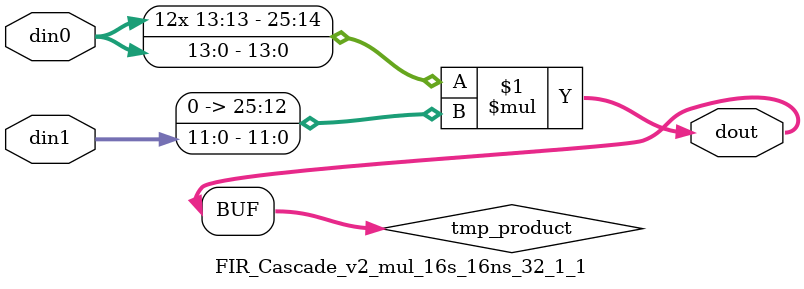
<source format=v>

`timescale 1 ns / 1 ps

 module FIR_Cascade_v2_mul_16s_16ns_32_1_1(din0, din1, dout);
parameter ID = 1;
parameter NUM_STAGE = 0;
parameter din0_WIDTH = 14;
parameter din1_WIDTH = 12;
parameter dout_WIDTH = 26;

input [din0_WIDTH - 1 : 0] din0; 
input [din1_WIDTH - 1 : 0] din1; 
output [dout_WIDTH - 1 : 0] dout;

wire signed [dout_WIDTH - 1 : 0] tmp_product;


























assign tmp_product = $signed(din0) * $signed({1'b0, din1});









assign dout = tmp_product;





















endmodule

</source>
